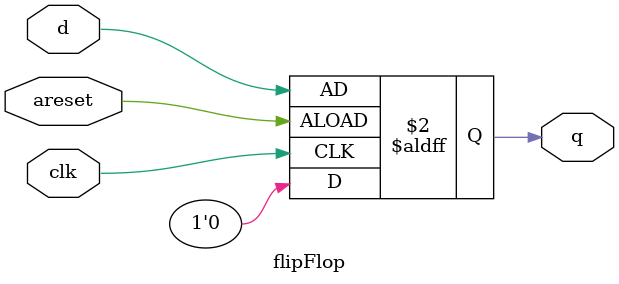
<source format=v>

module flipFlop(
	input wire clk,
	input wire areset,
	input wire d,
	output reg q
);

reg r_reg;
reg r_next;

always @(posedge clk or negedge areset) begin
	if (areset)
		q <= 1'b0;
	else
		q <= d;
end

endmodule

</source>
